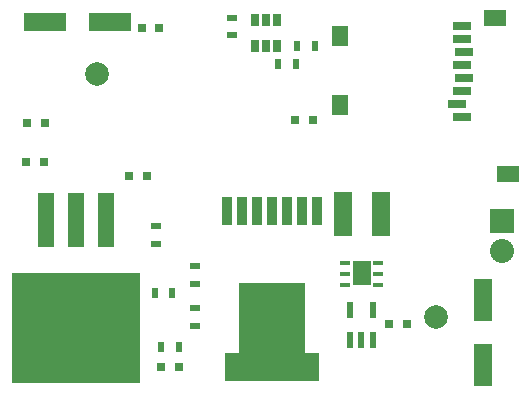
<source format=gbr>
G04 #@! TF.FileFunction,Soldermask,Bot*
%FSLAX46Y46*%
G04 Gerber Fmt 4.6, Leading zero omitted, Abs format (unit mm)*
G04 Created by KiCad (PCBNEW 4.0.0-rc2-stable) date 6/30/2016 5:54:54 PM*
%MOMM*%
G01*
G04 APERTURE LIST*
%ADD10C,0.100000*%
%ADD11R,1.600000X3.700000*%
%ADD12R,0.800000X0.750000*%
%ADD13R,1.390000X4.600000*%
%ADD14R,10.800000X9.400000*%
%ADD15R,2.032000X2.032000*%
%ADD16O,2.032000X2.032000*%
%ADD17R,0.500000X0.900000*%
%ADD18R,0.900000X0.500000*%
%ADD19R,1.501140X0.749300*%
%ADD20R,1.899920X1.399540*%
%ADD21R,1.399540X1.800860*%
%ADD22R,0.650000X1.060000*%
%ADD23R,0.812800X0.406400*%
%ADD24R,1.498600X2.006600*%
%ADD25R,0.558800X1.320800*%
%ADD26R,5.590000X6.350000*%
%ADD27R,0.910000X2.410000*%
%ADD28R,8.000000X2.410000*%
%ADD29C,1.998980*%
%ADD30R,3.599180X1.600200*%
%ADD31R,1.600200X3.599180*%
G04 APERTURE END LIST*
D10*
D11*
X70710000Y-77190000D03*
X73910000Y-77190000D03*
D12*
X66650000Y-69260000D03*
X68150000Y-69260000D03*
X54120000Y-74040000D03*
X52620000Y-74040000D03*
X43905001Y-72785000D03*
X45405001Y-72785000D03*
X43960000Y-69520000D03*
X45460000Y-69520000D03*
X53690000Y-61490000D03*
X55190000Y-61490000D03*
X74610000Y-86560000D03*
X76110000Y-86560000D03*
X55350000Y-90160000D03*
X56850000Y-90160000D03*
D13*
X48160000Y-77760000D03*
D14*
X48160000Y-86910000D03*
D13*
X50700000Y-77760000D03*
X45620000Y-77760000D03*
D15*
X84160000Y-77840000D03*
D16*
X84160000Y-80380000D03*
D17*
X65210000Y-64530000D03*
X66710000Y-64530000D03*
D18*
X61310000Y-60590000D03*
X61310000Y-62090000D03*
D17*
X68360000Y-62980000D03*
X66860000Y-62980000D03*
X56270000Y-83880000D03*
X54770000Y-83880000D03*
D18*
X54920000Y-79740000D03*
X54920000Y-78240000D03*
X58180000Y-83150000D03*
X58180000Y-81650000D03*
X58220000Y-85180000D03*
X58220000Y-86680000D03*
D17*
X56820000Y-88480000D03*
X55320000Y-88480000D03*
D19*
X80770000Y-62401080D03*
X80770000Y-61301260D03*
X80970660Y-63500900D03*
X80770000Y-64600720D03*
X80770000Y-69000000D03*
X80371220Y-67900180D03*
X80770000Y-66800360D03*
X80970660Y-65700540D03*
D20*
X83619880Y-60600220D03*
X84719700Y-73848860D03*
D21*
X70470300Y-62149620D03*
X70470300Y-67950980D03*
D22*
X63240000Y-60790000D03*
X64190000Y-60790000D03*
X65140000Y-60790000D03*
X65140000Y-62990000D03*
X63240000Y-62990000D03*
X64190000Y-62990000D03*
D23*
X70923000Y-83209800D03*
X70923000Y-82270000D03*
X70923000Y-81330200D03*
X73717000Y-81330200D03*
X73717000Y-82270000D03*
X73717000Y-83209800D03*
D24*
X72294600Y-82244600D03*
D25*
X73229800Y-87860000D03*
X72290000Y-87860000D03*
X71350200Y-87860000D03*
X71350200Y-85320000D03*
X73229800Y-85320000D03*
D26*
X64730000Y-86170000D03*
D27*
X60920000Y-76945000D03*
X62190000Y-76945000D03*
X63460000Y-76945000D03*
X64730000Y-76945000D03*
X66000000Y-76945000D03*
X67270000Y-76945000D03*
X68540000Y-76945000D03*
D28*
X64730000Y-90170000D03*
D29*
X78597960Y-85978020D03*
X49908660Y-65378620D03*
D30*
X45509180Y-61000000D03*
X51010820Y-61000000D03*
D31*
X82620000Y-90030820D03*
X82620000Y-84529180D03*
M02*

</source>
